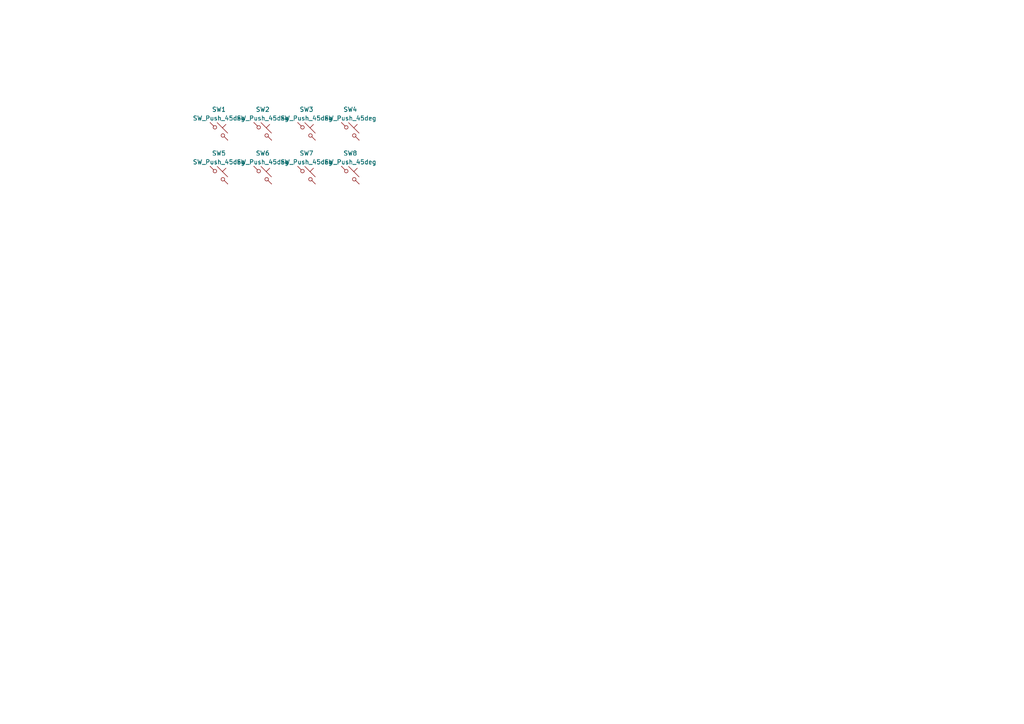
<source format=kicad_sch>
(kicad_sch (version 20230121) (generator eeschema)
  (paper "A4")
  (lib_symbols
    (symbol "Switch:SW_Push_45deg" (pin_numbers hide) (pin_names (offset 1.016) hide)
      (property "Reference" "SW" (at 3.048 1.016 0))
      (property "Value" "SW_Push_45deg" (at 0 -3.81 0))
      (symbol "SW_Push_45deg_0_1"
        (circle (center -1.1684 1.1684) (radius 0.508))
        (polyline (pts (xy -0.508 2.54) (xy 2.54 -0.508)))
        (polyline (pts (xy 1.016 1.016) (xy 2.032 2.032)))
        (polyline (pts (xy -2.54 2.54) (xy -1.524 1.524) (xy -1.524 1.524)))
        (polyline (pts (xy 1.524 -1.524) (xy 2.54 -2.54) (xy 2.54 -2.54) (xy 2.54 -2.54)))
        (circle (center 1.143 -1.1938) (radius 0.508))
        (pin passive line (at -2.54 2.54 0) (length 0) (name "1") (number "1"))
        (pin passive line (at 2.54 -2.54 180) (length 0) (name "2") (number "2"))
      )
    )
  )
  (symbol (lib_id "Switch:SW_Push_45deg") (at 63.5 50.8 0) (unit 1)
    (property "Reference" "SW5" (at 63.5 44.45 0))
    (property "Value" "SW_Push_45deg" (at 63.5 46.99 0))
    (property "Footprint" "PCM_marbastlib-xp-choc:SW_choc_v2_1u" (effects hide))
  )
  (symbol (lib_id "Switch:SW_Push_45deg") (at 101.6 50.8 0) (unit 1)
    (property "Reference" "SW8" (at 101.6 44.45 0))
    (property "Value" "SW_Push_45deg" (at 101.6 46.99 0))
    (property "Footprint" "PCM_marbastlib-mx:SW_MX_HS_1u" (effects hide))
  )
  (symbol (lib_id "Switch:SW_Push_45deg") (at 63.5 38.1 0) (unit 1)
    (property "Reference" "SW1" (at 63.5 31.75 0))
    (property "Value" "SW_Push_45deg" (at 63.5 34.29 0))
    (property "Footprint" "kiserdesigns:gateron-ks-33" (effects hide))
  )
  (symbol (lib_id "Switch:SW_Push_45deg") (at 101.6 38.1 0) (unit 1)
    (property "Reference" "SW4" (at 101.6 31.75 0))
    (property "Value" "SW_Push_45deg" (at 101.6 34.29 0))
    (property "Footprint" "PCM_marbastlib-choc:SW_choc_v1_HS_1u" (effects hide))
  )
  (symbol (lib_id "Switch:SW_Push_45deg") (at 76.2 50.8 0) (unit 1)
    (property "Reference" "SW6" (at 76.2 44.45 0))
    (property "Value" "SW_Push_45deg" (at 76.2 46.99 0))
    (property "Footprint" "PCM_marbastlib-xp-choc:SW_choc_v2_HS_1u" (effects hide))
  )
  (symbol (lib_id "Switch:SW_Push_45deg") (at 88.9 50.8 0) (unit 1)
    (property "Reference" "SW7" (at 88.9 44.45 0))
    (property "Value" "SW_Push_45deg" (at 88.9 46.99 0))
    (property "Footprint" "PCM_marbastlib-mx:SW_MX_1u" (effects hide))
  )
  (symbol (lib_id "Switch:SW_Push_45deg") (at 88.9 38.1 0) (unit 1)
    (property "Reference" "SW3" (at 88.9 31.75 0))
    (property "Value" "SW_Push_45deg" (at 88.9 34.29 0))
    (property "Footprint" "PCM_marbastlib-choc:SW_choc_v1_1u" (effects hide))
  )
  (symbol (lib_id "Switch:SW_Push_45deg") (at 76.2 38.1 0) (unit 1)
    (property "Reference" "SW2" (at 76.2 31.75 0))
    (property "Value" "SW_Push_45deg" (at 76.2 34.29 0))
    (property "Footprint" "kiserdesigns:KS-33-HS" (effects hide))
  )
)
</source>
